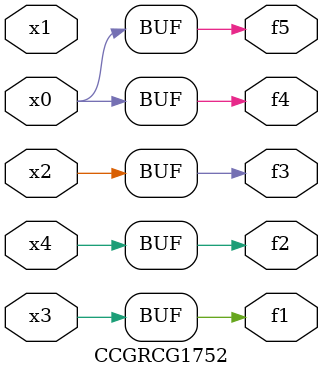
<source format=v>
module CCGRCG1752(
	input x0, x1, x2, x3, x4,
	output f1, f2, f3, f4, f5
);
	assign f1 = x3;
	assign f2 = x4;
	assign f3 = x2;
	assign f4 = x0;
	assign f5 = x0;
endmodule

</source>
